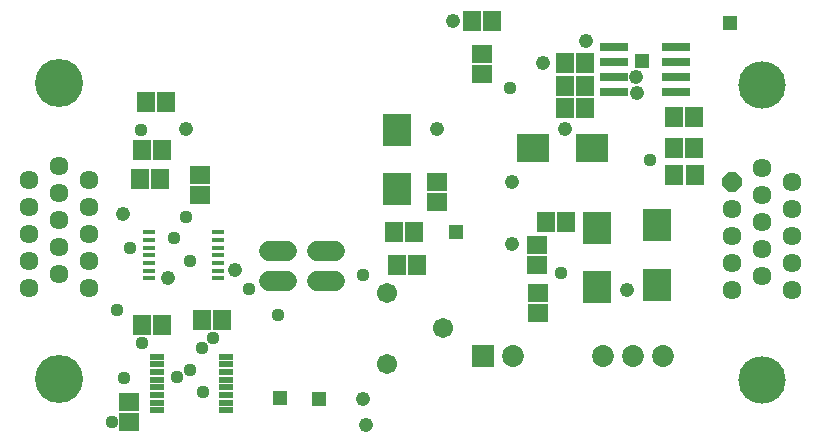
<source format=gts>
G75*
G70*
%OFA0B0*%
%FSLAX24Y24*%
%IPPOS*%
%LPD*%
%AMOC8*
5,1,8,0,0,1.08239X$1,22.5*
%
%ADD10C,0.0634*%
%ADD11C,0.1600*%
%ADD12R,0.0592X0.0671*%
%ADD13R,0.0671X0.0592*%
%ADD14R,0.0946X0.1104*%
%ADD15R,0.1104X0.0946*%
%ADD16OC8,0.0634*%
%ADD17C,0.1582*%
%ADD18C,0.0680*%
%ADD19R,0.0946X0.0316*%
%ADD20C,0.0674*%
%ADD21R,0.0730X0.0730*%
%ADD22C,0.0730*%
%ADD23R,0.0394X0.0177*%
%ADD24R,0.0470X0.0200*%
%ADD25C,0.0437*%
%ADD26C,0.0476*%
%ADD27R,0.0476X0.0476*%
D10*
X006062Y006197D03*
X007062Y006647D03*
X006062Y007097D03*
X007062Y007547D03*
X008062Y007997D03*
X007062Y008447D03*
X006062Y008897D03*
X007062Y009347D03*
X008062Y009797D03*
X007062Y010247D03*
X006062Y009797D03*
X008062Y008897D03*
X006062Y007997D03*
X008062Y007097D03*
X008062Y006197D03*
X029503Y006138D03*
X030503Y006588D03*
X031503Y006138D03*
X031503Y007038D03*
X030503Y007488D03*
X031503Y007938D03*
X030503Y008388D03*
X031503Y008838D03*
X030503Y009288D03*
X031503Y009738D03*
X030503Y010188D03*
X029503Y008838D03*
X029503Y007938D03*
X029503Y007038D03*
D11*
X007062Y003171D03*
X007062Y013014D03*
D12*
X009944Y012399D03*
X010613Y012399D03*
X010479Y010785D03*
X009810Y010785D03*
X009767Y009821D03*
X010436Y009821D03*
X018231Y008069D03*
X018900Y008069D03*
X018979Y006947D03*
X018310Y006947D03*
X023282Y008399D03*
X023952Y008399D03*
X027576Y009947D03*
X028245Y009947D03*
X028237Y010860D03*
X027568Y010860D03*
X027570Y011878D03*
X028239Y011878D03*
X024589Y012203D03*
X023920Y012203D03*
X023928Y012907D03*
X024597Y012907D03*
X024582Y013699D03*
X023912Y013699D03*
X021491Y015100D03*
X020822Y015100D03*
X012503Y005136D03*
X011834Y005136D03*
X010495Y004939D03*
X009826Y004939D03*
D13*
X009393Y002399D03*
X009393Y001730D03*
X023019Y005352D03*
X023019Y006022D03*
X022999Y006962D03*
X022999Y007632D03*
X019645Y009061D03*
X019645Y009730D03*
X011774Y009959D03*
X011774Y009289D03*
X021152Y013333D03*
X021152Y014002D03*
D14*
X018330Y011455D03*
X018330Y009486D03*
X024991Y008203D03*
X026983Y008273D03*
X026983Y006305D03*
X024991Y006234D03*
D15*
X024830Y010848D03*
X022861Y010848D03*
D16*
X029503Y009738D03*
D17*
X030503Y012955D03*
X030503Y003112D03*
D18*
X016248Y006427D02*
X015648Y006427D01*
X014653Y006407D02*
X014053Y006407D01*
X014053Y007407D02*
X014653Y007407D01*
X015648Y007427D02*
X016248Y007427D01*
D19*
X025573Y012714D03*
X025573Y013214D03*
X025573Y013714D03*
X025573Y014214D03*
X027620Y014214D03*
X027620Y013714D03*
X027620Y013214D03*
X027620Y012714D03*
D20*
X017995Y006022D03*
X019845Y004840D03*
X017995Y003659D03*
D21*
X021204Y003915D03*
D22*
X022204Y003915D03*
X025204Y003915D03*
X026204Y003915D03*
X027204Y003915D03*
D23*
X012355Y006514D03*
X012355Y006770D03*
X012355Y007025D03*
X012355Y007281D03*
X012355Y007537D03*
X012355Y007793D03*
X012355Y008049D03*
X010052Y008049D03*
X010052Y007793D03*
X010052Y007537D03*
X010052Y007281D03*
X010052Y007025D03*
X010052Y006770D03*
X010052Y006514D03*
D24*
X010330Y003905D03*
X010330Y003649D03*
X010330Y003394D03*
X010330Y003138D03*
X010330Y002882D03*
X010330Y002626D03*
X010330Y002370D03*
X010330Y002114D03*
X012628Y002114D03*
X012628Y002370D03*
X012628Y002626D03*
X012628Y002882D03*
X012628Y003138D03*
X012628Y003394D03*
X012628Y003649D03*
X012628Y003905D03*
D25*
X011834Y004191D03*
X012208Y004525D03*
X014373Y005273D03*
X013408Y006159D03*
X011420Y007104D03*
X010908Y007852D03*
X011302Y008561D03*
X009412Y007518D03*
X008979Y005451D03*
X009826Y004348D03*
X011440Y003443D03*
X011007Y003207D03*
X011853Y002734D03*
X009215Y003187D03*
X008822Y001730D03*
X017188Y006612D03*
X023802Y006691D03*
X026774Y010470D03*
X022109Y012852D03*
X009786Y011455D03*
D26*
X011282Y011494D03*
X009196Y008659D03*
X012936Y006789D03*
X010692Y006533D03*
X017208Y002498D03*
X017286Y001612D03*
X025995Y006120D03*
X022149Y007655D03*
X022149Y009722D03*
X023920Y011494D03*
X026341Y012695D03*
X026302Y013226D03*
X024629Y014427D03*
X023192Y013679D03*
X020180Y015096D03*
X019649Y011474D03*
D27*
X026479Y013766D03*
X029432Y015018D03*
X020298Y008069D03*
X015711Y002498D03*
X014412Y002518D03*
M02*

</source>
